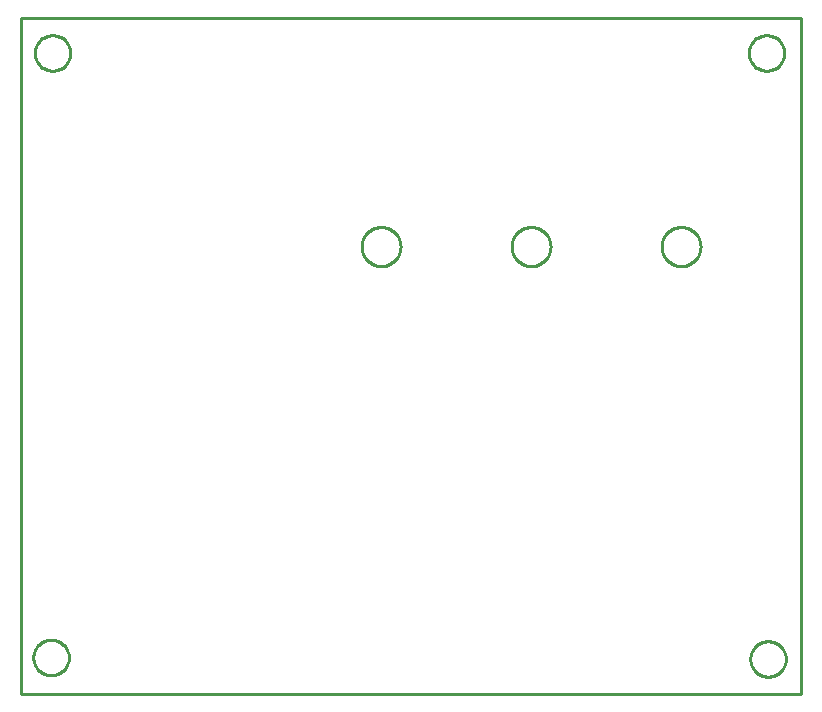
<source format=gbr>
G04 EAGLE Gerber RS-274X export*
G75*
%MOMM*%
%FSLAX34Y34*%
%LPD*%
%IN*%
%IPPOS*%
%AMOC8*
5,1,8,0,0,1.08239X$1,22.5*%
G01*
%ADD10C,0.254000*%


D10*
X0Y0D02*
X660200Y0D01*
X660200Y572010D01*
X0Y572010D01*
X0Y0D01*
X41670Y541754D02*
X41594Y540686D01*
X41441Y539625D01*
X41213Y538578D01*
X40911Y537550D01*
X40537Y536546D01*
X40092Y535571D01*
X39578Y534631D01*
X38999Y533730D01*
X38357Y532872D01*
X37655Y532062D01*
X36898Y531305D01*
X36088Y530603D01*
X35230Y529961D01*
X34329Y529382D01*
X33389Y528868D01*
X32414Y528423D01*
X31410Y528049D01*
X30382Y527747D01*
X29335Y527519D01*
X28274Y527366D01*
X27206Y527290D01*
X26134Y527290D01*
X25066Y527366D01*
X24005Y527519D01*
X22958Y527747D01*
X21930Y528049D01*
X20926Y528423D01*
X19951Y528868D01*
X19011Y529382D01*
X18110Y529961D01*
X17252Y530603D01*
X16442Y531305D01*
X15685Y532062D01*
X14983Y532872D01*
X14341Y533730D01*
X13762Y534631D01*
X13248Y535571D01*
X12803Y536546D01*
X12429Y537550D01*
X12127Y538578D01*
X11899Y539625D01*
X11746Y540686D01*
X11670Y541754D01*
X11670Y542826D01*
X11746Y543894D01*
X11899Y544955D01*
X12127Y546002D01*
X12429Y547030D01*
X12803Y548034D01*
X13248Y549009D01*
X13762Y549949D01*
X14341Y550850D01*
X14983Y551708D01*
X15685Y552518D01*
X16442Y553275D01*
X17252Y553977D01*
X18110Y554619D01*
X19011Y555198D01*
X19951Y555712D01*
X20926Y556157D01*
X21930Y556531D01*
X22958Y556833D01*
X24005Y557061D01*
X25066Y557214D01*
X26134Y557290D01*
X27206Y557290D01*
X28274Y557214D01*
X29335Y557061D01*
X30382Y556833D01*
X31410Y556531D01*
X32414Y556157D01*
X33389Y555712D01*
X34329Y555198D01*
X35230Y554619D01*
X36088Y553977D01*
X36898Y553275D01*
X37655Y552518D01*
X38357Y551708D01*
X38999Y550850D01*
X39578Y549949D01*
X40092Y549009D01*
X40537Y548034D01*
X40911Y547030D01*
X41213Y546002D01*
X41441Y544955D01*
X41594Y543894D01*
X41670Y542826D01*
X41670Y541754D01*
X646190Y541754D02*
X646114Y540686D01*
X645961Y539625D01*
X645733Y538578D01*
X645431Y537550D01*
X645057Y536546D01*
X644612Y535571D01*
X644098Y534631D01*
X643519Y533730D01*
X642877Y532872D01*
X642175Y532062D01*
X641418Y531305D01*
X640608Y530603D01*
X639750Y529961D01*
X638849Y529382D01*
X637909Y528868D01*
X636934Y528423D01*
X635930Y528049D01*
X634902Y527747D01*
X633855Y527519D01*
X632794Y527366D01*
X631726Y527290D01*
X630654Y527290D01*
X629586Y527366D01*
X628525Y527519D01*
X627478Y527747D01*
X626450Y528049D01*
X625446Y528423D01*
X624471Y528868D01*
X623531Y529382D01*
X622630Y529961D01*
X621772Y530603D01*
X620962Y531305D01*
X620205Y532062D01*
X619503Y532872D01*
X618861Y533730D01*
X618282Y534631D01*
X617768Y535571D01*
X617323Y536546D01*
X616949Y537550D01*
X616647Y538578D01*
X616419Y539625D01*
X616266Y540686D01*
X616190Y541754D01*
X616190Y542826D01*
X616266Y543894D01*
X616419Y544955D01*
X616647Y546002D01*
X616949Y547030D01*
X617323Y548034D01*
X617768Y549009D01*
X618282Y549949D01*
X618861Y550850D01*
X619503Y551708D01*
X620205Y552518D01*
X620962Y553275D01*
X621772Y553977D01*
X622630Y554619D01*
X623531Y555198D01*
X624471Y555712D01*
X625446Y556157D01*
X626450Y556531D01*
X627478Y556833D01*
X628525Y557061D01*
X629586Y557214D01*
X630654Y557290D01*
X631726Y557290D01*
X632794Y557214D01*
X633855Y557061D01*
X634902Y556833D01*
X635930Y556531D01*
X636934Y556157D01*
X637909Y555712D01*
X638849Y555198D01*
X639750Y554619D01*
X640608Y553977D01*
X641418Y553275D01*
X642175Y552518D01*
X642877Y551708D01*
X643519Y550850D01*
X644098Y549949D01*
X644612Y549009D01*
X645057Y548034D01*
X645431Y547030D01*
X645733Y546002D01*
X645961Y544955D01*
X646114Y543894D01*
X646190Y542826D01*
X646190Y541754D01*
X40400Y29944D02*
X40324Y28876D01*
X40171Y27815D01*
X39943Y26768D01*
X39641Y25740D01*
X39267Y24736D01*
X38822Y23761D01*
X38308Y22821D01*
X37729Y21920D01*
X37087Y21062D01*
X36385Y20252D01*
X35628Y19495D01*
X34818Y18793D01*
X33960Y18151D01*
X33059Y17572D01*
X32119Y17058D01*
X31144Y16613D01*
X30140Y16239D01*
X29112Y15937D01*
X28065Y15709D01*
X27004Y15556D01*
X25936Y15480D01*
X24864Y15480D01*
X23796Y15556D01*
X22735Y15709D01*
X21688Y15937D01*
X20660Y16239D01*
X19656Y16613D01*
X18681Y17058D01*
X17741Y17572D01*
X16840Y18151D01*
X15982Y18793D01*
X15172Y19495D01*
X14415Y20252D01*
X13713Y21062D01*
X13071Y21920D01*
X12492Y22821D01*
X11978Y23761D01*
X11533Y24736D01*
X11159Y25740D01*
X10857Y26768D01*
X10629Y27815D01*
X10476Y28876D01*
X10400Y29944D01*
X10400Y31016D01*
X10476Y32084D01*
X10629Y33145D01*
X10857Y34192D01*
X11159Y35220D01*
X11533Y36224D01*
X11978Y37199D01*
X12492Y38139D01*
X13071Y39040D01*
X13713Y39898D01*
X14415Y40708D01*
X15172Y41465D01*
X15982Y42167D01*
X16840Y42809D01*
X17741Y43388D01*
X18681Y43902D01*
X19656Y44347D01*
X20660Y44721D01*
X21688Y45023D01*
X22735Y45251D01*
X23796Y45404D01*
X24864Y45480D01*
X25936Y45480D01*
X27004Y45404D01*
X28065Y45251D01*
X29112Y45023D01*
X30140Y44721D01*
X31144Y44347D01*
X32119Y43902D01*
X33059Y43388D01*
X33960Y42809D01*
X34818Y42167D01*
X35628Y41465D01*
X36385Y40708D01*
X37087Y39898D01*
X37729Y39040D01*
X38308Y38139D01*
X38822Y37199D01*
X39267Y36224D01*
X39641Y35220D01*
X39943Y34192D01*
X40171Y33145D01*
X40324Y32084D01*
X40400Y31016D01*
X40400Y29944D01*
X647460Y28674D02*
X647384Y27606D01*
X647231Y26545D01*
X647003Y25498D01*
X646701Y24470D01*
X646327Y23466D01*
X645882Y22491D01*
X645368Y21551D01*
X644789Y20650D01*
X644147Y19792D01*
X643445Y18982D01*
X642688Y18225D01*
X641878Y17523D01*
X641020Y16881D01*
X640119Y16302D01*
X639179Y15788D01*
X638204Y15343D01*
X637200Y14969D01*
X636172Y14667D01*
X635125Y14439D01*
X634064Y14286D01*
X632996Y14210D01*
X631924Y14210D01*
X630856Y14286D01*
X629795Y14439D01*
X628748Y14667D01*
X627720Y14969D01*
X626716Y15343D01*
X625741Y15788D01*
X624801Y16302D01*
X623900Y16881D01*
X623042Y17523D01*
X622232Y18225D01*
X621475Y18982D01*
X620773Y19792D01*
X620131Y20650D01*
X619552Y21551D01*
X619038Y22491D01*
X618593Y23466D01*
X618219Y24470D01*
X617917Y25498D01*
X617689Y26545D01*
X617536Y27606D01*
X617460Y28674D01*
X617460Y29746D01*
X617536Y30814D01*
X617689Y31875D01*
X617917Y32922D01*
X618219Y33950D01*
X618593Y34954D01*
X619038Y35929D01*
X619552Y36869D01*
X620131Y37770D01*
X620773Y38628D01*
X621475Y39438D01*
X622232Y40195D01*
X623042Y40897D01*
X623900Y41539D01*
X624801Y42118D01*
X625741Y42632D01*
X626716Y43077D01*
X627720Y43451D01*
X628748Y43753D01*
X629795Y43981D01*
X630856Y44134D01*
X631924Y44210D01*
X632996Y44210D01*
X634064Y44134D01*
X635125Y43981D01*
X636172Y43753D01*
X637200Y43451D01*
X638204Y43077D01*
X639179Y42632D01*
X640119Y42118D01*
X641020Y41539D01*
X641878Y40897D01*
X642688Y40195D01*
X643445Y39438D01*
X644147Y38628D01*
X644789Y37770D01*
X645368Y36869D01*
X645882Y35929D01*
X646327Y34954D01*
X646701Y33950D01*
X647003Y32922D01*
X647231Y31875D01*
X647384Y30814D01*
X647460Y29746D01*
X647460Y28674D01*
X448310Y377920D02*
X448239Y376841D01*
X448098Y375769D01*
X447887Y374709D01*
X447608Y373665D01*
X447260Y372641D01*
X446846Y371643D01*
X446368Y370673D01*
X445828Y369737D01*
X445227Y368838D01*
X444569Y367981D01*
X443857Y367168D01*
X443092Y366404D01*
X442279Y365691D01*
X441422Y365033D01*
X440523Y364432D01*
X439587Y363892D01*
X438617Y363414D01*
X437619Y363000D01*
X436595Y362652D01*
X435551Y362373D01*
X434491Y362162D01*
X433419Y362021D01*
X432340Y361950D01*
X431260Y361950D01*
X430181Y362021D01*
X429109Y362162D01*
X428049Y362373D01*
X427005Y362652D01*
X425981Y363000D01*
X424983Y363414D01*
X424013Y363892D01*
X423077Y364432D01*
X422178Y365033D01*
X421321Y365691D01*
X420508Y366404D01*
X419744Y367168D01*
X419031Y367981D01*
X418373Y368838D01*
X417772Y369737D01*
X417232Y370673D01*
X416754Y371643D01*
X416340Y372641D01*
X415992Y373665D01*
X415713Y374709D01*
X415502Y375769D01*
X415361Y376841D01*
X415290Y377920D01*
X415290Y379000D01*
X415361Y380079D01*
X415502Y381151D01*
X415713Y382211D01*
X415992Y383255D01*
X416340Y384279D01*
X416754Y385277D01*
X417232Y386247D01*
X417772Y387183D01*
X418373Y388082D01*
X419031Y388939D01*
X419744Y389752D01*
X420508Y390517D01*
X421321Y391229D01*
X422178Y391887D01*
X423077Y392488D01*
X424013Y393028D01*
X424983Y393506D01*
X425981Y393920D01*
X427005Y394268D01*
X428049Y394547D01*
X429109Y394758D01*
X430181Y394899D01*
X431260Y394970D01*
X432340Y394970D01*
X433419Y394899D01*
X434491Y394758D01*
X435551Y394547D01*
X436595Y394268D01*
X437619Y393920D01*
X438617Y393506D01*
X439587Y393028D01*
X440523Y392488D01*
X441422Y391887D01*
X442279Y391229D01*
X443092Y390517D01*
X443857Y389752D01*
X444569Y388939D01*
X445227Y388082D01*
X445828Y387183D01*
X446368Y386247D01*
X446846Y385277D01*
X447260Y384279D01*
X447608Y383255D01*
X447887Y382211D01*
X448098Y381151D01*
X448239Y380079D01*
X448310Y379000D01*
X448310Y377920D01*
X575310Y377920D02*
X575239Y376841D01*
X575098Y375769D01*
X574887Y374709D01*
X574608Y373665D01*
X574260Y372641D01*
X573846Y371643D01*
X573368Y370673D01*
X572828Y369737D01*
X572227Y368838D01*
X571569Y367981D01*
X570857Y367168D01*
X570092Y366404D01*
X569279Y365691D01*
X568422Y365033D01*
X567523Y364432D01*
X566587Y363892D01*
X565617Y363414D01*
X564619Y363000D01*
X563595Y362652D01*
X562551Y362373D01*
X561491Y362162D01*
X560419Y362021D01*
X559340Y361950D01*
X558260Y361950D01*
X557181Y362021D01*
X556109Y362162D01*
X555049Y362373D01*
X554005Y362652D01*
X552981Y363000D01*
X551983Y363414D01*
X551013Y363892D01*
X550077Y364432D01*
X549178Y365033D01*
X548321Y365691D01*
X547508Y366404D01*
X546744Y367168D01*
X546031Y367981D01*
X545373Y368838D01*
X544772Y369737D01*
X544232Y370673D01*
X543754Y371643D01*
X543340Y372641D01*
X542992Y373665D01*
X542713Y374709D01*
X542502Y375769D01*
X542361Y376841D01*
X542290Y377920D01*
X542290Y379000D01*
X542361Y380079D01*
X542502Y381151D01*
X542713Y382211D01*
X542992Y383255D01*
X543340Y384279D01*
X543754Y385277D01*
X544232Y386247D01*
X544772Y387183D01*
X545373Y388082D01*
X546031Y388939D01*
X546744Y389752D01*
X547508Y390517D01*
X548321Y391229D01*
X549178Y391887D01*
X550077Y392488D01*
X551013Y393028D01*
X551983Y393506D01*
X552981Y393920D01*
X554005Y394268D01*
X555049Y394547D01*
X556109Y394758D01*
X557181Y394899D01*
X558260Y394970D01*
X559340Y394970D01*
X560419Y394899D01*
X561491Y394758D01*
X562551Y394547D01*
X563595Y394268D01*
X564619Y393920D01*
X565617Y393506D01*
X566587Y393028D01*
X567523Y392488D01*
X568422Y391887D01*
X569279Y391229D01*
X570092Y390517D01*
X570857Y389752D01*
X571569Y388939D01*
X572227Y388082D01*
X572828Y387183D01*
X573368Y386247D01*
X573846Y385277D01*
X574260Y384279D01*
X574608Y383255D01*
X574887Y382211D01*
X575098Y381151D01*
X575239Y380079D01*
X575310Y379000D01*
X575310Y377920D01*
X321310Y377920D02*
X321239Y376841D01*
X321098Y375769D01*
X320887Y374709D01*
X320608Y373665D01*
X320260Y372641D01*
X319846Y371643D01*
X319368Y370673D01*
X318828Y369737D01*
X318227Y368838D01*
X317569Y367981D01*
X316857Y367168D01*
X316092Y366404D01*
X315279Y365691D01*
X314422Y365033D01*
X313523Y364432D01*
X312587Y363892D01*
X311617Y363414D01*
X310619Y363000D01*
X309595Y362652D01*
X308551Y362373D01*
X307491Y362162D01*
X306419Y362021D01*
X305340Y361950D01*
X304260Y361950D01*
X303181Y362021D01*
X302109Y362162D01*
X301049Y362373D01*
X300005Y362652D01*
X298981Y363000D01*
X297983Y363414D01*
X297013Y363892D01*
X296077Y364432D01*
X295178Y365033D01*
X294321Y365691D01*
X293508Y366404D01*
X292744Y367168D01*
X292031Y367981D01*
X291373Y368838D01*
X290772Y369737D01*
X290232Y370673D01*
X289754Y371643D01*
X289340Y372641D01*
X288992Y373665D01*
X288713Y374709D01*
X288502Y375769D01*
X288361Y376841D01*
X288290Y377920D01*
X288290Y379000D01*
X288361Y380079D01*
X288502Y381151D01*
X288713Y382211D01*
X288992Y383255D01*
X289340Y384279D01*
X289754Y385277D01*
X290232Y386247D01*
X290772Y387183D01*
X291373Y388082D01*
X292031Y388939D01*
X292744Y389752D01*
X293508Y390517D01*
X294321Y391229D01*
X295178Y391887D01*
X296077Y392488D01*
X297013Y393028D01*
X297983Y393506D01*
X298981Y393920D01*
X300005Y394268D01*
X301049Y394547D01*
X302109Y394758D01*
X303181Y394899D01*
X304260Y394970D01*
X305340Y394970D01*
X306419Y394899D01*
X307491Y394758D01*
X308551Y394547D01*
X309595Y394268D01*
X310619Y393920D01*
X311617Y393506D01*
X312587Y393028D01*
X313523Y392488D01*
X314422Y391887D01*
X315279Y391229D01*
X316092Y390517D01*
X316857Y389752D01*
X317569Y388939D01*
X318227Y388082D01*
X318828Y387183D01*
X319368Y386247D01*
X319846Y385277D01*
X320260Y384279D01*
X320608Y383255D01*
X320887Y382211D01*
X321098Y381151D01*
X321239Y380079D01*
X321310Y379000D01*
X321310Y377920D01*
M02*

</source>
